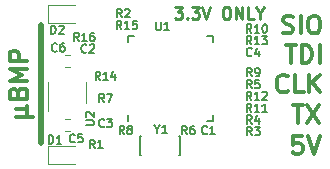
<source format=gbr>
G04 #@! TF.GenerationSoftware,KiCad,Pcbnew,no-vcs-found-fe62760~61~ubuntu16.04.1*
G04 #@! TF.CreationDate,2018-02-06T20:28:36+01:00*
G04 #@! TF.ProjectId,ubmp_v1r1,75626D705F763172312E6B696361645F,rev?*
G04 #@! TF.SameCoordinates,Original*
G04 #@! TF.FileFunction,Legend,Top*
G04 #@! TF.FilePolarity,Positive*
%FSLAX46Y46*%
G04 Gerber Fmt 4.6, Leading zero omitted, Abs format (unit mm)*
G04 Created by KiCad (PCBNEW no-vcs-found-fe62760~61~ubuntu16.04.1) date Tue Feb  6 20:28:36 2018*
%MOMM*%
%LPD*%
G01*
G04 APERTURE LIST*
%ADD10C,0.300000*%
%ADD11C,0.500000*%
%ADD12C,0.250000*%
%ADD13C,0.120000*%
%ADD14C,0.150000*%
%ADD15C,0.100000*%
%ADD16C,1.760000*%
%ADD17R,0.810000X0.735000*%
%ADD18R,0.735000X0.810000*%
%ADD19R,0.830000X1.160000*%
%ADD20R,0.410000X0.860000*%
%ADD21R,0.860000X0.410000*%
%ADD22R,5.310000X5.310000*%
%ADD23R,0.810000X1.220000*%
%ADD24O,0.560000X2.060000*%
G04 APERTURE END LIST*
D10*
X112528571Y-101607142D02*
X112742857Y-101678571D01*
X113100000Y-101678571D01*
X113242857Y-101607142D01*
X113314285Y-101535714D01*
X113385714Y-101392857D01*
X113385714Y-101250000D01*
X113314285Y-101107142D01*
X113242857Y-101035714D01*
X113100000Y-100964285D01*
X112814285Y-100892857D01*
X112671428Y-100821428D01*
X112600000Y-100750000D01*
X112528571Y-100607142D01*
X112528571Y-100464285D01*
X112600000Y-100321428D01*
X112671428Y-100250000D01*
X112814285Y-100178571D01*
X113171428Y-100178571D01*
X113385714Y-100250000D01*
X114028571Y-101678571D02*
X114028571Y-100178571D01*
X115028571Y-100178571D02*
X115314285Y-100178571D01*
X115457142Y-100250000D01*
X115600000Y-100392857D01*
X115671428Y-100678571D01*
X115671428Y-101178571D01*
X115600000Y-101464285D01*
X115457142Y-101607142D01*
X115314285Y-101678571D01*
X115028571Y-101678571D01*
X114885714Y-101607142D01*
X114742857Y-101464285D01*
X114671428Y-101178571D01*
X114671428Y-100678571D01*
X114742857Y-100392857D01*
X114885714Y-100250000D01*
X115028571Y-100178571D01*
X112764285Y-102678571D02*
X113621428Y-102678571D01*
X113192857Y-104178571D02*
X113192857Y-102678571D01*
X114121428Y-104178571D02*
X114121428Y-102678571D01*
X114478571Y-102678571D01*
X114692857Y-102750000D01*
X114835714Y-102892857D01*
X114907142Y-103035714D01*
X114978571Y-103321428D01*
X114978571Y-103535714D01*
X114907142Y-103821428D01*
X114835714Y-103964285D01*
X114692857Y-104107142D01*
X114478571Y-104178571D01*
X114121428Y-104178571D01*
X115621428Y-104178571D02*
X115621428Y-102678571D01*
X112907142Y-106535714D02*
X112835714Y-106607142D01*
X112621428Y-106678571D01*
X112478571Y-106678571D01*
X112264285Y-106607142D01*
X112121428Y-106464285D01*
X112050000Y-106321428D01*
X111978571Y-106035714D01*
X111978571Y-105821428D01*
X112050000Y-105535714D01*
X112121428Y-105392857D01*
X112264285Y-105250000D01*
X112478571Y-105178571D01*
X112621428Y-105178571D01*
X112835714Y-105250000D01*
X112907142Y-105321428D01*
X114264285Y-106678571D02*
X113550000Y-106678571D01*
X113550000Y-105178571D01*
X114764285Y-106678571D02*
X114764285Y-105178571D01*
X115621428Y-106678571D02*
X114978571Y-105821428D01*
X115621428Y-105178571D02*
X114764285Y-106035714D01*
X113357142Y-107778571D02*
X114214285Y-107778571D01*
X113785714Y-109278571D02*
X113785714Y-107778571D01*
X114571428Y-107778571D02*
X115571428Y-109278571D01*
X115571428Y-107778571D02*
X114571428Y-109278571D01*
D11*
X92000000Y-101000000D02*
X92000000Y-111000000D01*
D12*
X103361904Y-99452380D02*
X103980952Y-99452380D01*
X103647619Y-99833333D01*
X103790476Y-99833333D01*
X103885714Y-99880952D01*
X103933333Y-99928571D01*
X103980952Y-100023809D01*
X103980952Y-100261904D01*
X103933333Y-100357142D01*
X103885714Y-100404761D01*
X103790476Y-100452380D01*
X103504761Y-100452380D01*
X103409523Y-100404761D01*
X103361904Y-100357142D01*
X104409523Y-100357142D02*
X104457142Y-100404761D01*
X104409523Y-100452380D01*
X104361904Y-100404761D01*
X104409523Y-100357142D01*
X104409523Y-100452380D01*
X104790476Y-99452380D02*
X105409523Y-99452380D01*
X105076190Y-99833333D01*
X105219047Y-99833333D01*
X105314285Y-99880952D01*
X105361904Y-99928571D01*
X105409523Y-100023809D01*
X105409523Y-100261904D01*
X105361904Y-100357142D01*
X105314285Y-100404761D01*
X105219047Y-100452380D01*
X104933333Y-100452380D01*
X104838095Y-100404761D01*
X104790476Y-100357142D01*
X105695238Y-99452380D02*
X106028571Y-100452380D01*
X106361904Y-99452380D01*
X107647619Y-99452380D02*
X107838095Y-99452380D01*
X107933333Y-99500000D01*
X108028571Y-99595238D01*
X108076190Y-99785714D01*
X108076190Y-100119047D01*
X108028571Y-100309523D01*
X107933333Y-100404761D01*
X107838095Y-100452380D01*
X107647619Y-100452380D01*
X107552380Y-100404761D01*
X107457142Y-100309523D01*
X107409523Y-100119047D01*
X107409523Y-99785714D01*
X107457142Y-99595238D01*
X107552380Y-99500000D01*
X107647619Y-99452380D01*
X108504761Y-100452380D02*
X108504761Y-99452380D01*
X109076190Y-100452380D01*
X109076190Y-99452380D01*
X110028571Y-100452380D02*
X109552380Y-100452380D01*
X109552380Y-99452380D01*
X110552380Y-99976190D02*
X110552380Y-100452380D01*
X110219047Y-99452380D02*
X110552380Y-99976190D01*
X110885714Y-99452380D01*
D10*
X89878571Y-108785714D02*
X91378571Y-108785714D01*
X90664285Y-108071428D02*
X90807142Y-108000000D01*
X90878571Y-107857142D01*
X90664285Y-108785714D02*
X90807142Y-108714285D01*
X90878571Y-108571428D01*
X90878571Y-108285714D01*
X90807142Y-108142857D01*
X90664285Y-108071428D01*
X89878571Y-108071428D01*
X90092857Y-106714285D02*
X90164285Y-106500000D01*
X90235714Y-106428571D01*
X90378571Y-106357142D01*
X90592857Y-106357142D01*
X90735714Y-106428571D01*
X90807142Y-106500000D01*
X90878571Y-106642857D01*
X90878571Y-107214285D01*
X89378571Y-107214285D01*
X89378571Y-106714285D01*
X89450000Y-106571428D01*
X89521428Y-106500000D01*
X89664285Y-106428571D01*
X89807142Y-106428571D01*
X89950000Y-106500000D01*
X90021428Y-106571428D01*
X90092857Y-106714285D01*
X90092857Y-107214285D01*
X90878571Y-105714285D02*
X89378571Y-105714285D01*
X90450000Y-105214285D01*
X89378571Y-104714285D01*
X90878571Y-104714285D01*
X90878571Y-104000000D02*
X89378571Y-104000000D01*
X89378571Y-103428571D01*
X89450000Y-103285714D01*
X89521428Y-103214285D01*
X89664285Y-103142857D01*
X89878571Y-103142857D01*
X90021428Y-103214285D01*
X90092857Y-103285714D01*
X90164285Y-103428571D01*
X90164285Y-104000000D01*
X114114285Y-110378571D02*
X113400000Y-110378571D01*
X113328571Y-111092857D01*
X113400000Y-111021428D01*
X113542857Y-110950000D01*
X113900000Y-110950000D01*
X114042857Y-111021428D01*
X114114285Y-111092857D01*
X114185714Y-111235714D01*
X114185714Y-111592857D01*
X114114285Y-111735714D01*
X114042857Y-111807142D01*
X113900000Y-111878571D01*
X113542857Y-111878571D01*
X113400000Y-111807142D01*
X113328571Y-111735714D01*
X114614285Y-110378571D02*
X115114285Y-111878571D01*
X115614285Y-110378571D01*
D13*
X94030000Y-109910000D02*
X94470000Y-109910000D01*
X94030000Y-108890000D02*
X94470000Y-108890000D01*
X94470000Y-104510000D02*
X94030000Y-104510000D01*
X94470000Y-103490000D02*
X94030000Y-103490000D01*
X94925000Y-111240000D02*
X92655000Y-111240000D01*
X92655000Y-111240000D02*
X92655000Y-112760000D01*
X92655000Y-112760000D02*
X94925000Y-112760000D01*
X92655000Y-100760000D02*
X94925000Y-100760000D01*
X92655000Y-99240000D02*
X92655000Y-100760000D01*
X94925000Y-99240000D02*
X92655000Y-99240000D01*
D14*
X99375000Y-101875000D02*
X99900000Y-101875000D01*
X106625000Y-109125000D02*
X106100000Y-109125000D01*
X106625000Y-101875000D02*
X106100000Y-101875000D01*
X99375000Y-109125000D02*
X99375000Y-108600000D01*
X106625000Y-109125000D02*
X106625000Y-108600000D01*
X106625000Y-101875000D02*
X106625000Y-102400000D01*
X99375000Y-101875000D02*
X99375000Y-102400000D01*
D13*
X95860000Y-107600000D02*
X95860000Y-105800000D01*
X92640000Y-105800000D02*
X92640000Y-108250000D01*
D14*
X100500000Y-110400000D02*
X100400000Y-110400000D01*
X100400000Y-110400000D02*
X100400000Y-112000000D01*
X100400000Y-112000000D02*
X100500000Y-112000000D01*
X103700000Y-110400000D02*
X103800000Y-110400000D01*
X103800000Y-110400000D02*
X103800000Y-112000000D01*
X103800000Y-112000000D02*
X103700000Y-112000000D01*
X106083333Y-110150000D02*
X106050000Y-110183333D01*
X105950000Y-110216666D01*
X105883333Y-110216666D01*
X105783333Y-110183333D01*
X105716666Y-110116666D01*
X105683333Y-110050000D01*
X105650000Y-109916666D01*
X105650000Y-109816666D01*
X105683333Y-109683333D01*
X105716666Y-109616666D01*
X105783333Y-109550000D01*
X105883333Y-109516666D01*
X105950000Y-109516666D01*
X106050000Y-109550000D01*
X106083333Y-109583333D01*
X106750000Y-110216666D02*
X106350000Y-110216666D01*
X106550000Y-110216666D02*
X106550000Y-109516666D01*
X106483333Y-109616666D01*
X106416666Y-109683333D01*
X106350000Y-109716666D01*
X95883333Y-103250000D02*
X95850000Y-103283333D01*
X95750000Y-103316666D01*
X95683333Y-103316666D01*
X95583333Y-103283333D01*
X95516666Y-103216666D01*
X95483333Y-103150000D01*
X95450000Y-103016666D01*
X95450000Y-102916666D01*
X95483333Y-102783333D01*
X95516666Y-102716666D01*
X95583333Y-102650000D01*
X95683333Y-102616666D01*
X95750000Y-102616666D01*
X95850000Y-102650000D01*
X95883333Y-102683333D01*
X96150000Y-102683333D02*
X96183333Y-102650000D01*
X96250000Y-102616666D01*
X96416666Y-102616666D01*
X96483333Y-102650000D01*
X96516666Y-102683333D01*
X96550000Y-102750000D01*
X96550000Y-102816666D01*
X96516666Y-102916666D01*
X96116666Y-103316666D01*
X96550000Y-103316666D01*
X97383333Y-109550000D02*
X97350000Y-109583333D01*
X97250000Y-109616666D01*
X97183333Y-109616666D01*
X97083333Y-109583333D01*
X97016666Y-109516666D01*
X96983333Y-109450000D01*
X96950000Y-109316666D01*
X96950000Y-109216666D01*
X96983333Y-109083333D01*
X97016666Y-109016666D01*
X97083333Y-108950000D01*
X97183333Y-108916666D01*
X97250000Y-108916666D01*
X97350000Y-108950000D01*
X97383333Y-108983333D01*
X97616666Y-108916666D02*
X98050000Y-108916666D01*
X97816666Y-109183333D01*
X97916666Y-109183333D01*
X97983333Y-109216666D01*
X98016666Y-109250000D01*
X98050000Y-109316666D01*
X98050000Y-109483333D01*
X98016666Y-109550000D01*
X97983333Y-109583333D01*
X97916666Y-109616666D01*
X97716666Y-109616666D01*
X97650000Y-109583333D01*
X97616666Y-109550000D01*
X109883333Y-103550000D02*
X109850000Y-103583333D01*
X109750000Y-103616666D01*
X109683333Y-103616666D01*
X109583333Y-103583333D01*
X109516666Y-103516666D01*
X109483333Y-103450000D01*
X109450000Y-103316666D01*
X109450000Y-103216666D01*
X109483333Y-103083333D01*
X109516666Y-103016666D01*
X109583333Y-102950000D01*
X109683333Y-102916666D01*
X109750000Y-102916666D01*
X109850000Y-102950000D01*
X109883333Y-102983333D01*
X110483333Y-103150000D02*
X110483333Y-103616666D01*
X110316666Y-102883333D02*
X110150000Y-103383333D01*
X110583333Y-103383333D01*
X94883333Y-110850000D02*
X94850000Y-110883333D01*
X94750000Y-110916666D01*
X94683333Y-110916666D01*
X94583333Y-110883333D01*
X94516666Y-110816666D01*
X94483333Y-110750000D01*
X94450000Y-110616666D01*
X94450000Y-110516666D01*
X94483333Y-110383333D01*
X94516666Y-110316666D01*
X94583333Y-110250000D01*
X94683333Y-110216666D01*
X94750000Y-110216666D01*
X94850000Y-110250000D01*
X94883333Y-110283333D01*
X95516666Y-110216666D02*
X95183333Y-110216666D01*
X95150000Y-110550000D01*
X95183333Y-110516666D01*
X95250000Y-110483333D01*
X95416666Y-110483333D01*
X95483333Y-110516666D01*
X95516666Y-110550000D01*
X95550000Y-110616666D01*
X95550000Y-110783333D01*
X95516666Y-110850000D01*
X95483333Y-110883333D01*
X95416666Y-110916666D01*
X95250000Y-110916666D01*
X95183333Y-110883333D01*
X95150000Y-110850000D01*
X93383333Y-103150000D02*
X93350000Y-103183333D01*
X93250000Y-103216666D01*
X93183333Y-103216666D01*
X93083333Y-103183333D01*
X93016666Y-103116666D01*
X92983333Y-103050000D01*
X92950000Y-102916666D01*
X92950000Y-102816666D01*
X92983333Y-102683333D01*
X93016666Y-102616666D01*
X93083333Y-102550000D01*
X93183333Y-102516666D01*
X93250000Y-102516666D01*
X93350000Y-102550000D01*
X93383333Y-102583333D01*
X93983333Y-102516666D02*
X93850000Y-102516666D01*
X93783333Y-102550000D01*
X93750000Y-102583333D01*
X93683333Y-102683333D01*
X93650000Y-102816666D01*
X93650000Y-103083333D01*
X93683333Y-103150000D01*
X93716666Y-103183333D01*
X93783333Y-103216666D01*
X93916666Y-103216666D01*
X93983333Y-103183333D01*
X94016666Y-103150000D01*
X94050000Y-103083333D01*
X94050000Y-102916666D01*
X94016666Y-102850000D01*
X93983333Y-102816666D01*
X93916666Y-102783333D01*
X93783333Y-102783333D01*
X93716666Y-102816666D01*
X93683333Y-102850000D01*
X93650000Y-102916666D01*
X92683333Y-111016666D02*
X92683333Y-110316666D01*
X92850000Y-110316666D01*
X92950000Y-110350000D01*
X93016666Y-110416666D01*
X93050000Y-110483333D01*
X93083333Y-110616666D01*
X93083333Y-110716666D01*
X93050000Y-110850000D01*
X93016666Y-110916666D01*
X92950000Y-110983333D01*
X92850000Y-111016666D01*
X92683333Y-111016666D01*
X93750000Y-111016666D02*
X93350000Y-111016666D01*
X93550000Y-111016666D02*
X93550000Y-110316666D01*
X93483333Y-110416666D01*
X93416666Y-110483333D01*
X93350000Y-110516666D01*
X92883333Y-101716666D02*
X92883333Y-101016666D01*
X93050000Y-101016666D01*
X93150000Y-101050000D01*
X93216666Y-101116666D01*
X93250000Y-101183333D01*
X93283333Y-101316666D01*
X93283333Y-101416666D01*
X93250000Y-101550000D01*
X93216666Y-101616666D01*
X93150000Y-101683333D01*
X93050000Y-101716666D01*
X92883333Y-101716666D01*
X93550000Y-101083333D02*
X93583333Y-101050000D01*
X93650000Y-101016666D01*
X93816666Y-101016666D01*
X93883333Y-101050000D01*
X93916666Y-101083333D01*
X93950000Y-101150000D01*
X93950000Y-101216666D01*
X93916666Y-101316666D01*
X93516666Y-101716666D01*
X93950000Y-101716666D01*
X96583333Y-111416666D02*
X96350000Y-111083333D01*
X96183333Y-111416666D02*
X96183333Y-110716666D01*
X96450000Y-110716666D01*
X96516666Y-110750000D01*
X96550000Y-110783333D01*
X96583333Y-110850000D01*
X96583333Y-110950000D01*
X96550000Y-111016666D01*
X96516666Y-111050000D01*
X96450000Y-111083333D01*
X96183333Y-111083333D01*
X97250000Y-111416666D02*
X96850000Y-111416666D01*
X97050000Y-111416666D02*
X97050000Y-110716666D01*
X96983333Y-110816666D01*
X96916666Y-110883333D01*
X96850000Y-110916666D01*
X98883333Y-100316666D02*
X98650000Y-99983333D01*
X98483333Y-100316666D02*
X98483333Y-99616666D01*
X98750000Y-99616666D01*
X98816666Y-99650000D01*
X98850000Y-99683333D01*
X98883333Y-99750000D01*
X98883333Y-99850000D01*
X98850000Y-99916666D01*
X98816666Y-99950000D01*
X98750000Y-99983333D01*
X98483333Y-99983333D01*
X99150000Y-99683333D02*
X99183333Y-99650000D01*
X99250000Y-99616666D01*
X99416666Y-99616666D01*
X99483333Y-99650000D01*
X99516666Y-99683333D01*
X99550000Y-99750000D01*
X99550000Y-99816666D01*
X99516666Y-99916666D01*
X99116666Y-100316666D01*
X99550000Y-100316666D01*
X109883333Y-110316666D02*
X109650000Y-109983333D01*
X109483333Y-110316666D02*
X109483333Y-109616666D01*
X109750000Y-109616666D01*
X109816666Y-109650000D01*
X109850000Y-109683333D01*
X109883333Y-109750000D01*
X109883333Y-109850000D01*
X109850000Y-109916666D01*
X109816666Y-109950000D01*
X109750000Y-109983333D01*
X109483333Y-109983333D01*
X110116666Y-109616666D02*
X110550000Y-109616666D01*
X110316666Y-109883333D01*
X110416666Y-109883333D01*
X110483333Y-109916666D01*
X110516666Y-109950000D01*
X110550000Y-110016666D01*
X110550000Y-110183333D01*
X110516666Y-110250000D01*
X110483333Y-110283333D01*
X110416666Y-110316666D01*
X110216666Y-110316666D01*
X110150000Y-110283333D01*
X110116666Y-110250000D01*
X109883333Y-109316666D02*
X109650000Y-108983333D01*
X109483333Y-109316666D02*
X109483333Y-108616666D01*
X109750000Y-108616666D01*
X109816666Y-108650000D01*
X109850000Y-108683333D01*
X109883333Y-108750000D01*
X109883333Y-108850000D01*
X109850000Y-108916666D01*
X109816666Y-108950000D01*
X109750000Y-108983333D01*
X109483333Y-108983333D01*
X110483333Y-108850000D02*
X110483333Y-109316666D01*
X110316666Y-108583333D02*
X110150000Y-109083333D01*
X110583333Y-109083333D01*
X109883333Y-106316666D02*
X109650000Y-105983333D01*
X109483333Y-106316666D02*
X109483333Y-105616666D01*
X109750000Y-105616666D01*
X109816666Y-105650000D01*
X109850000Y-105683333D01*
X109883333Y-105750000D01*
X109883333Y-105850000D01*
X109850000Y-105916666D01*
X109816666Y-105950000D01*
X109750000Y-105983333D01*
X109483333Y-105983333D01*
X110516666Y-105616666D02*
X110183333Y-105616666D01*
X110150000Y-105950000D01*
X110183333Y-105916666D01*
X110250000Y-105883333D01*
X110416666Y-105883333D01*
X110483333Y-105916666D01*
X110516666Y-105950000D01*
X110550000Y-106016666D01*
X110550000Y-106183333D01*
X110516666Y-106250000D01*
X110483333Y-106283333D01*
X110416666Y-106316666D01*
X110250000Y-106316666D01*
X110183333Y-106283333D01*
X110150000Y-106250000D01*
X104383333Y-110216666D02*
X104150000Y-109883333D01*
X103983333Y-110216666D02*
X103983333Y-109516666D01*
X104250000Y-109516666D01*
X104316666Y-109550000D01*
X104350000Y-109583333D01*
X104383333Y-109650000D01*
X104383333Y-109750000D01*
X104350000Y-109816666D01*
X104316666Y-109850000D01*
X104250000Y-109883333D01*
X103983333Y-109883333D01*
X104983333Y-109516666D02*
X104850000Y-109516666D01*
X104783333Y-109550000D01*
X104750000Y-109583333D01*
X104683333Y-109683333D01*
X104650000Y-109816666D01*
X104650000Y-110083333D01*
X104683333Y-110150000D01*
X104716666Y-110183333D01*
X104783333Y-110216666D01*
X104916666Y-110216666D01*
X104983333Y-110183333D01*
X105016666Y-110150000D01*
X105050000Y-110083333D01*
X105050000Y-109916666D01*
X105016666Y-109850000D01*
X104983333Y-109816666D01*
X104916666Y-109783333D01*
X104783333Y-109783333D01*
X104716666Y-109816666D01*
X104683333Y-109850000D01*
X104650000Y-109916666D01*
X97383333Y-107516666D02*
X97150000Y-107183333D01*
X96983333Y-107516666D02*
X96983333Y-106816666D01*
X97250000Y-106816666D01*
X97316666Y-106850000D01*
X97350000Y-106883333D01*
X97383333Y-106950000D01*
X97383333Y-107050000D01*
X97350000Y-107116666D01*
X97316666Y-107150000D01*
X97250000Y-107183333D01*
X96983333Y-107183333D01*
X97616666Y-106816666D02*
X98083333Y-106816666D01*
X97783333Y-107516666D01*
X99083333Y-110216666D02*
X98850000Y-109883333D01*
X98683333Y-110216666D02*
X98683333Y-109516666D01*
X98950000Y-109516666D01*
X99016666Y-109550000D01*
X99050000Y-109583333D01*
X99083333Y-109650000D01*
X99083333Y-109750000D01*
X99050000Y-109816666D01*
X99016666Y-109850000D01*
X98950000Y-109883333D01*
X98683333Y-109883333D01*
X99483333Y-109816666D02*
X99416666Y-109783333D01*
X99383333Y-109750000D01*
X99350000Y-109683333D01*
X99350000Y-109650000D01*
X99383333Y-109583333D01*
X99416666Y-109550000D01*
X99483333Y-109516666D01*
X99616666Y-109516666D01*
X99683333Y-109550000D01*
X99716666Y-109583333D01*
X99750000Y-109650000D01*
X99750000Y-109683333D01*
X99716666Y-109750000D01*
X99683333Y-109783333D01*
X99616666Y-109816666D01*
X99483333Y-109816666D01*
X99416666Y-109850000D01*
X99383333Y-109883333D01*
X99350000Y-109950000D01*
X99350000Y-110083333D01*
X99383333Y-110150000D01*
X99416666Y-110183333D01*
X99483333Y-110216666D01*
X99616666Y-110216666D01*
X99683333Y-110183333D01*
X99716666Y-110150000D01*
X99750000Y-110083333D01*
X99750000Y-109950000D01*
X99716666Y-109883333D01*
X99683333Y-109850000D01*
X99616666Y-109816666D01*
X109883333Y-105316666D02*
X109650000Y-104983333D01*
X109483333Y-105316666D02*
X109483333Y-104616666D01*
X109750000Y-104616666D01*
X109816666Y-104650000D01*
X109850000Y-104683333D01*
X109883333Y-104750000D01*
X109883333Y-104850000D01*
X109850000Y-104916666D01*
X109816666Y-104950000D01*
X109750000Y-104983333D01*
X109483333Y-104983333D01*
X110216666Y-105316666D02*
X110350000Y-105316666D01*
X110416666Y-105283333D01*
X110450000Y-105250000D01*
X110516666Y-105150000D01*
X110550000Y-105016666D01*
X110550000Y-104750000D01*
X110516666Y-104683333D01*
X110483333Y-104650000D01*
X110416666Y-104616666D01*
X110283333Y-104616666D01*
X110216666Y-104650000D01*
X110183333Y-104683333D01*
X110150000Y-104750000D01*
X110150000Y-104916666D01*
X110183333Y-104983333D01*
X110216666Y-105016666D01*
X110283333Y-105050000D01*
X110416666Y-105050000D01*
X110483333Y-105016666D01*
X110516666Y-104983333D01*
X110550000Y-104916666D01*
X109850000Y-101616666D02*
X109616666Y-101283333D01*
X109450000Y-101616666D02*
X109450000Y-100916666D01*
X109716666Y-100916666D01*
X109783333Y-100950000D01*
X109816666Y-100983333D01*
X109850000Y-101050000D01*
X109850000Y-101150000D01*
X109816666Y-101216666D01*
X109783333Y-101250000D01*
X109716666Y-101283333D01*
X109450000Y-101283333D01*
X110516666Y-101616666D02*
X110116666Y-101616666D01*
X110316666Y-101616666D02*
X110316666Y-100916666D01*
X110250000Y-101016666D01*
X110183333Y-101083333D01*
X110116666Y-101116666D01*
X110950000Y-100916666D02*
X111016666Y-100916666D01*
X111083333Y-100950000D01*
X111116666Y-100983333D01*
X111150000Y-101050000D01*
X111183333Y-101183333D01*
X111183333Y-101350000D01*
X111150000Y-101483333D01*
X111116666Y-101550000D01*
X111083333Y-101583333D01*
X111016666Y-101616666D01*
X110950000Y-101616666D01*
X110883333Y-101583333D01*
X110850000Y-101550000D01*
X110816666Y-101483333D01*
X110783333Y-101350000D01*
X110783333Y-101183333D01*
X110816666Y-101050000D01*
X110850000Y-100983333D01*
X110883333Y-100950000D01*
X110950000Y-100916666D01*
X109850000Y-108316666D02*
X109616666Y-107983333D01*
X109450000Y-108316666D02*
X109450000Y-107616666D01*
X109716666Y-107616666D01*
X109783333Y-107650000D01*
X109816666Y-107683333D01*
X109850000Y-107750000D01*
X109850000Y-107850000D01*
X109816666Y-107916666D01*
X109783333Y-107950000D01*
X109716666Y-107983333D01*
X109450000Y-107983333D01*
X110516666Y-108316666D02*
X110116666Y-108316666D01*
X110316666Y-108316666D02*
X110316666Y-107616666D01*
X110250000Y-107716666D01*
X110183333Y-107783333D01*
X110116666Y-107816666D01*
X111183333Y-108316666D02*
X110783333Y-108316666D01*
X110983333Y-108316666D02*
X110983333Y-107616666D01*
X110916666Y-107716666D01*
X110850000Y-107783333D01*
X110783333Y-107816666D01*
X109850000Y-107316666D02*
X109616666Y-106983333D01*
X109450000Y-107316666D02*
X109450000Y-106616666D01*
X109716666Y-106616666D01*
X109783333Y-106650000D01*
X109816666Y-106683333D01*
X109850000Y-106750000D01*
X109850000Y-106850000D01*
X109816666Y-106916666D01*
X109783333Y-106950000D01*
X109716666Y-106983333D01*
X109450000Y-106983333D01*
X110516666Y-107316666D02*
X110116666Y-107316666D01*
X110316666Y-107316666D02*
X110316666Y-106616666D01*
X110250000Y-106716666D01*
X110183333Y-106783333D01*
X110116666Y-106816666D01*
X110783333Y-106683333D02*
X110816666Y-106650000D01*
X110883333Y-106616666D01*
X111050000Y-106616666D01*
X111116666Y-106650000D01*
X111150000Y-106683333D01*
X111183333Y-106750000D01*
X111183333Y-106816666D01*
X111150000Y-106916666D01*
X110750000Y-107316666D01*
X111183333Y-107316666D01*
X109850000Y-102616666D02*
X109616666Y-102283333D01*
X109450000Y-102616666D02*
X109450000Y-101916666D01*
X109716666Y-101916666D01*
X109783333Y-101950000D01*
X109816666Y-101983333D01*
X109850000Y-102050000D01*
X109850000Y-102150000D01*
X109816666Y-102216666D01*
X109783333Y-102250000D01*
X109716666Y-102283333D01*
X109450000Y-102283333D01*
X110516666Y-102616666D02*
X110116666Y-102616666D01*
X110316666Y-102616666D02*
X110316666Y-101916666D01*
X110250000Y-102016666D01*
X110183333Y-102083333D01*
X110116666Y-102116666D01*
X110750000Y-101916666D02*
X111183333Y-101916666D01*
X110950000Y-102183333D01*
X111050000Y-102183333D01*
X111116666Y-102216666D01*
X111150000Y-102250000D01*
X111183333Y-102316666D01*
X111183333Y-102483333D01*
X111150000Y-102550000D01*
X111116666Y-102583333D01*
X111050000Y-102616666D01*
X110850000Y-102616666D01*
X110783333Y-102583333D01*
X110750000Y-102550000D01*
X97050000Y-105616666D02*
X96816666Y-105283333D01*
X96650000Y-105616666D02*
X96650000Y-104916666D01*
X96916666Y-104916666D01*
X96983333Y-104950000D01*
X97016666Y-104983333D01*
X97050000Y-105050000D01*
X97050000Y-105150000D01*
X97016666Y-105216666D01*
X96983333Y-105250000D01*
X96916666Y-105283333D01*
X96650000Y-105283333D01*
X97716666Y-105616666D02*
X97316666Y-105616666D01*
X97516666Y-105616666D02*
X97516666Y-104916666D01*
X97450000Y-105016666D01*
X97383333Y-105083333D01*
X97316666Y-105116666D01*
X98316666Y-105150000D02*
X98316666Y-105616666D01*
X98150000Y-104883333D02*
X97983333Y-105383333D01*
X98416666Y-105383333D01*
X98850000Y-101316666D02*
X98616666Y-100983333D01*
X98450000Y-101316666D02*
X98450000Y-100616666D01*
X98716666Y-100616666D01*
X98783333Y-100650000D01*
X98816666Y-100683333D01*
X98850000Y-100750000D01*
X98850000Y-100850000D01*
X98816666Y-100916666D01*
X98783333Y-100950000D01*
X98716666Y-100983333D01*
X98450000Y-100983333D01*
X99516666Y-101316666D02*
X99116666Y-101316666D01*
X99316666Y-101316666D02*
X99316666Y-100616666D01*
X99250000Y-100716666D01*
X99183333Y-100783333D01*
X99116666Y-100816666D01*
X100150000Y-100616666D02*
X99816666Y-100616666D01*
X99783333Y-100950000D01*
X99816666Y-100916666D01*
X99883333Y-100883333D01*
X100050000Y-100883333D01*
X100116666Y-100916666D01*
X100150000Y-100950000D01*
X100183333Y-101016666D01*
X100183333Y-101183333D01*
X100150000Y-101250000D01*
X100116666Y-101283333D01*
X100050000Y-101316666D01*
X99883333Y-101316666D01*
X99816666Y-101283333D01*
X99783333Y-101250000D01*
X95250000Y-102316666D02*
X95016666Y-101983333D01*
X94850000Y-102316666D02*
X94850000Y-101616666D01*
X95116666Y-101616666D01*
X95183333Y-101650000D01*
X95216666Y-101683333D01*
X95250000Y-101750000D01*
X95250000Y-101850000D01*
X95216666Y-101916666D01*
X95183333Y-101950000D01*
X95116666Y-101983333D01*
X94850000Y-101983333D01*
X95916666Y-102316666D02*
X95516666Y-102316666D01*
X95716666Y-102316666D02*
X95716666Y-101616666D01*
X95650000Y-101716666D01*
X95583333Y-101783333D01*
X95516666Y-101816666D01*
X96516666Y-101616666D02*
X96383333Y-101616666D01*
X96316666Y-101650000D01*
X96283333Y-101683333D01*
X96216666Y-101783333D01*
X96183333Y-101916666D01*
X96183333Y-102183333D01*
X96216666Y-102250000D01*
X96250000Y-102283333D01*
X96316666Y-102316666D01*
X96450000Y-102316666D01*
X96516666Y-102283333D01*
X96550000Y-102250000D01*
X96583333Y-102183333D01*
X96583333Y-102016666D01*
X96550000Y-101950000D01*
X96516666Y-101916666D01*
X96450000Y-101883333D01*
X96316666Y-101883333D01*
X96250000Y-101916666D01*
X96216666Y-101950000D01*
X96183333Y-102016666D01*
X101766666Y-100716666D02*
X101766666Y-101283333D01*
X101800000Y-101350000D01*
X101833333Y-101383333D01*
X101900000Y-101416666D01*
X102033333Y-101416666D01*
X102100000Y-101383333D01*
X102133333Y-101350000D01*
X102166666Y-101283333D01*
X102166666Y-100716666D01*
X102866666Y-101416666D02*
X102466666Y-101416666D01*
X102666666Y-101416666D02*
X102666666Y-100716666D01*
X102600000Y-100816666D01*
X102533333Y-100883333D01*
X102466666Y-100916666D01*
X95816666Y-109433333D02*
X96383333Y-109433333D01*
X96450000Y-109400000D01*
X96483333Y-109366666D01*
X96516666Y-109300000D01*
X96516666Y-109166666D01*
X96483333Y-109100000D01*
X96450000Y-109066666D01*
X96383333Y-109033333D01*
X95816666Y-109033333D01*
X95883333Y-108733333D02*
X95850000Y-108700000D01*
X95816666Y-108633333D01*
X95816666Y-108466666D01*
X95850000Y-108400000D01*
X95883333Y-108366666D01*
X95950000Y-108333333D01*
X96016666Y-108333333D01*
X96116666Y-108366666D01*
X96516666Y-108766666D01*
X96516666Y-108333333D01*
X101866666Y-109783333D02*
X101866666Y-110116666D01*
X101633333Y-109416666D02*
X101866666Y-109783333D01*
X102100000Y-109416666D01*
X102700000Y-110116666D02*
X102300000Y-110116666D01*
X102500000Y-110116666D02*
X102500000Y-109416666D01*
X102433333Y-109516666D01*
X102366666Y-109583333D01*
X102300000Y-109616666D01*
%LPC*%
G36*
X80000000Y-110750000D02*
X80000000Y-108500000D01*
X81000000Y-108250000D01*
X81000000Y-103750000D01*
X80000000Y-103500000D01*
X80000000Y-101250000D01*
X88250000Y-101250000D01*
X88750000Y-101750000D01*
X88750000Y-110250000D01*
X88250000Y-110750000D01*
X80000000Y-110750000D01*
G37*
X80000000Y-110750000D02*
X80000000Y-108500000D01*
X81000000Y-108250000D01*
X81000000Y-103750000D01*
X80000000Y-103500000D01*
X80000000Y-101250000D01*
X88250000Y-101250000D01*
X88750000Y-101750000D01*
X88750000Y-110250000D01*
X88250000Y-110750000D01*
X80000000Y-110750000D01*
D15*
G36*
X118183128Y-107662119D02*
X118225840Y-107668454D01*
X118267725Y-107678946D01*
X118308381Y-107693493D01*
X118347415Y-107711955D01*
X118384451Y-107734153D01*
X118419133Y-107759875D01*
X118451127Y-107788873D01*
X118480125Y-107820867D01*
X118505847Y-107855549D01*
X118528045Y-107892585D01*
X118546507Y-107931619D01*
X118561054Y-107972275D01*
X118571546Y-108014160D01*
X118577881Y-108056872D01*
X118580000Y-108100000D01*
X118580000Y-108980000D01*
X118577881Y-109023128D01*
X118571546Y-109065840D01*
X118561054Y-109107725D01*
X118546507Y-109148381D01*
X118528045Y-109187415D01*
X118505847Y-109224451D01*
X118480125Y-109259133D01*
X118451127Y-109291127D01*
X118419133Y-109320125D01*
X118384451Y-109345847D01*
X118347415Y-109368045D01*
X118308381Y-109386507D01*
X118267725Y-109401054D01*
X118225840Y-109411546D01*
X118183128Y-109417881D01*
X118140000Y-109420000D01*
X116360000Y-109420000D01*
X116316872Y-109417881D01*
X116274160Y-109411546D01*
X116232275Y-109401054D01*
X116191619Y-109386507D01*
X116152585Y-109368045D01*
X116115549Y-109345847D01*
X116080867Y-109320125D01*
X116048873Y-109291127D01*
X116019875Y-109259133D01*
X115994153Y-109224451D01*
X115971955Y-109187415D01*
X115953493Y-109148381D01*
X115938946Y-109107725D01*
X115928454Y-109065840D01*
X115922119Y-109023128D01*
X115920000Y-108980000D01*
X115920000Y-108100000D01*
X115922119Y-108056872D01*
X115928454Y-108014160D01*
X115938946Y-107972275D01*
X115953493Y-107931619D01*
X115971955Y-107892585D01*
X115994153Y-107855549D01*
X116019875Y-107820867D01*
X116048873Y-107788873D01*
X116080867Y-107759875D01*
X116115549Y-107734153D01*
X116152585Y-107711955D01*
X116191619Y-107693493D01*
X116232275Y-107678946D01*
X116274160Y-107668454D01*
X116316872Y-107662119D01*
X116360000Y-107660000D01*
X118140000Y-107660000D01*
X118183128Y-107662119D01*
X118183128Y-107662119D01*
G37*
D16*
X117250000Y-108540000D03*
D15*
G36*
X118183128Y-102582119D02*
X118225840Y-102588454D01*
X118267725Y-102598946D01*
X118308381Y-102613493D01*
X118347415Y-102631955D01*
X118384451Y-102654153D01*
X118419133Y-102679875D01*
X118451127Y-102708873D01*
X118480125Y-102740867D01*
X118505847Y-102775549D01*
X118528045Y-102812585D01*
X118546507Y-102851619D01*
X118561054Y-102892275D01*
X118571546Y-102934160D01*
X118577881Y-102976872D01*
X118580000Y-103020000D01*
X118580000Y-103900000D01*
X118577881Y-103943128D01*
X118571546Y-103985840D01*
X118561054Y-104027725D01*
X118546507Y-104068381D01*
X118528045Y-104107415D01*
X118505847Y-104144451D01*
X118480125Y-104179133D01*
X118451127Y-104211127D01*
X118419133Y-104240125D01*
X118384451Y-104265847D01*
X118347415Y-104288045D01*
X118308381Y-104306507D01*
X118267725Y-104321054D01*
X118225840Y-104331546D01*
X118183128Y-104337881D01*
X118140000Y-104340000D01*
X116360000Y-104340000D01*
X116316872Y-104337881D01*
X116274160Y-104331546D01*
X116232275Y-104321054D01*
X116191619Y-104306507D01*
X116152585Y-104288045D01*
X116115549Y-104265847D01*
X116080867Y-104240125D01*
X116048873Y-104211127D01*
X116019875Y-104179133D01*
X115994153Y-104144451D01*
X115971955Y-104107415D01*
X115953493Y-104068381D01*
X115938946Y-104027725D01*
X115928454Y-103985840D01*
X115922119Y-103943128D01*
X115920000Y-103900000D01*
X115920000Y-103020000D01*
X115922119Y-102976872D01*
X115928454Y-102934160D01*
X115938946Y-102892275D01*
X115953493Y-102851619D01*
X115971955Y-102812585D01*
X115994153Y-102775549D01*
X116019875Y-102740867D01*
X116048873Y-102708873D01*
X116080867Y-102679875D01*
X116115549Y-102654153D01*
X116152585Y-102631955D01*
X116191619Y-102613493D01*
X116232275Y-102598946D01*
X116274160Y-102588454D01*
X116316872Y-102582119D01*
X116360000Y-102580000D01*
X118140000Y-102580000D01*
X118183128Y-102582119D01*
X118183128Y-102582119D01*
G37*
D16*
X117250000Y-103460000D03*
D15*
G36*
X118183128Y-110202119D02*
X118225840Y-110208454D01*
X118267725Y-110218946D01*
X118308381Y-110233493D01*
X118347415Y-110251955D01*
X118384451Y-110274153D01*
X118419133Y-110299875D01*
X118451127Y-110328873D01*
X118480125Y-110360867D01*
X118505847Y-110395549D01*
X118528045Y-110432585D01*
X118546507Y-110471619D01*
X118561054Y-110512275D01*
X118571546Y-110554160D01*
X118577881Y-110596872D01*
X118580000Y-110640000D01*
X118580000Y-111520000D01*
X118577881Y-111563128D01*
X118571546Y-111605840D01*
X118561054Y-111647725D01*
X118546507Y-111688381D01*
X118528045Y-111727415D01*
X118505847Y-111764451D01*
X118480125Y-111799133D01*
X118451127Y-111831127D01*
X118419133Y-111860125D01*
X118384451Y-111885847D01*
X118347415Y-111908045D01*
X118308381Y-111926507D01*
X118267725Y-111941054D01*
X118225840Y-111951546D01*
X118183128Y-111957881D01*
X118140000Y-111960000D01*
X116360000Y-111960000D01*
X116316872Y-111957881D01*
X116274160Y-111951546D01*
X116232275Y-111941054D01*
X116191619Y-111926507D01*
X116152585Y-111908045D01*
X116115549Y-111885847D01*
X116080867Y-111860125D01*
X116048873Y-111831127D01*
X116019875Y-111799133D01*
X115994153Y-111764451D01*
X115971955Y-111727415D01*
X115953493Y-111688381D01*
X115938946Y-111647725D01*
X115928454Y-111605840D01*
X115922119Y-111563128D01*
X115920000Y-111520000D01*
X115920000Y-110640000D01*
X115922119Y-110596872D01*
X115928454Y-110554160D01*
X115938946Y-110512275D01*
X115953493Y-110471619D01*
X115971955Y-110432585D01*
X115994153Y-110395549D01*
X116019875Y-110360867D01*
X116048873Y-110328873D01*
X116080867Y-110299875D01*
X116115549Y-110274153D01*
X116152585Y-110251955D01*
X116191619Y-110233493D01*
X116232275Y-110218946D01*
X116274160Y-110208454D01*
X116316872Y-110202119D01*
X116360000Y-110200000D01*
X118140000Y-110200000D01*
X118183128Y-110202119D01*
X118183128Y-110202119D01*
G37*
D16*
X117250000Y-111080000D03*
D15*
G36*
X118183128Y-100042119D02*
X118225840Y-100048454D01*
X118267725Y-100058946D01*
X118308381Y-100073493D01*
X118347415Y-100091955D01*
X118384451Y-100114153D01*
X118419133Y-100139875D01*
X118451127Y-100168873D01*
X118480125Y-100200867D01*
X118505847Y-100235549D01*
X118528045Y-100272585D01*
X118546507Y-100311619D01*
X118561054Y-100352275D01*
X118571546Y-100394160D01*
X118577881Y-100436872D01*
X118580000Y-100480000D01*
X118580000Y-101360000D01*
X118577881Y-101403128D01*
X118571546Y-101445840D01*
X118561054Y-101487725D01*
X118546507Y-101528381D01*
X118528045Y-101567415D01*
X118505847Y-101604451D01*
X118480125Y-101639133D01*
X118451127Y-101671127D01*
X118419133Y-101700125D01*
X118384451Y-101725847D01*
X118347415Y-101748045D01*
X118308381Y-101766507D01*
X118267725Y-101781054D01*
X118225840Y-101791546D01*
X118183128Y-101797881D01*
X118140000Y-101800000D01*
X116360000Y-101800000D01*
X116316872Y-101797881D01*
X116274160Y-101791546D01*
X116232275Y-101781054D01*
X116191619Y-101766507D01*
X116152585Y-101748045D01*
X116115549Y-101725847D01*
X116080867Y-101700125D01*
X116048873Y-101671127D01*
X116019875Y-101639133D01*
X115994153Y-101604451D01*
X115971955Y-101567415D01*
X115953493Y-101528381D01*
X115938946Y-101487725D01*
X115928454Y-101445840D01*
X115922119Y-101403128D01*
X115920000Y-101360000D01*
X115920000Y-100480000D01*
X115922119Y-100436872D01*
X115928454Y-100394160D01*
X115938946Y-100352275D01*
X115953493Y-100311619D01*
X115971955Y-100272585D01*
X115994153Y-100235549D01*
X116019875Y-100200867D01*
X116048873Y-100168873D01*
X116080867Y-100139875D01*
X116115549Y-100114153D01*
X116152585Y-100091955D01*
X116191619Y-100073493D01*
X116232275Y-100058946D01*
X116274160Y-100048454D01*
X116316872Y-100042119D01*
X116360000Y-100040000D01*
X118140000Y-100040000D01*
X118183128Y-100042119D01*
X118183128Y-100042119D01*
G37*
D16*
X117250000Y-100920000D03*
D15*
G36*
X118183128Y-105122119D02*
X118225840Y-105128454D01*
X118267725Y-105138946D01*
X118308381Y-105153493D01*
X118347415Y-105171955D01*
X118384451Y-105194153D01*
X118419133Y-105219875D01*
X118451127Y-105248873D01*
X118480125Y-105280867D01*
X118505847Y-105315549D01*
X118528045Y-105352585D01*
X118546507Y-105391619D01*
X118561054Y-105432275D01*
X118571546Y-105474160D01*
X118577881Y-105516872D01*
X118580000Y-105560000D01*
X118580000Y-106440000D01*
X118577881Y-106483128D01*
X118571546Y-106525840D01*
X118561054Y-106567725D01*
X118546507Y-106608381D01*
X118528045Y-106647415D01*
X118505847Y-106684451D01*
X118480125Y-106719133D01*
X118451127Y-106751127D01*
X118419133Y-106780125D01*
X118384451Y-106805847D01*
X118347415Y-106828045D01*
X118308381Y-106846507D01*
X118267725Y-106861054D01*
X118225840Y-106871546D01*
X118183128Y-106877881D01*
X118140000Y-106880000D01*
X116360000Y-106880000D01*
X116316872Y-106877881D01*
X116274160Y-106871546D01*
X116232275Y-106861054D01*
X116191619Y-106846507D01*
X116152585Y-106828045D01*
X116115549Y-106805847D01*
X116080867Y-106780125D01*
X116048873Y-106751127D01*
X116019875Y-106719133D01*
X115994153Y-106684451D01*
X115971955Y-106647415D01*
X115953493Y-106608381D01*
X115938946Y-106567725D01*
X115928454Y-106525840D01*
X115922119Y-106483128D01*
X115920000Y-106440000D01*
X115920000Y-105560000D01*
X115922119Y-105516872D01*
X115928454Y-105474160D01*
X115938946Y-105432275D01*
X115953493Y-105391619D01*
X115971955Y-105352585D01*
X115994153Y-105315549D01*
X116019875Y-105280867D01*
X116048873Y-105248873D01*
X116080867Y-105219875D01*
X116115549Y-105194153D01*
X116152585Y-105171955D01*
X116191619Y-105153493D01*
X116232275Y-105138946D01*
X116274160Y-105128454D01*
X116316872Y-105122119D01*
X116360000Y-105120000D01*
X118140000Y-105120000D01*
X118183128Y-105122119D01*
X118183128Y-105122119D01*
G37*
D16*
X117250000Y-106000000D03*
D17*
X106000000Y-111587500D03*
X106000000Y-110812500D03*
D18*
X97112500Y-103300000D03*
X97887500Y-103300000D03*
X97900000Y-108250000D03*
X97125000Y-108250000D03*
X108887500Y-103250000D03*
X108112500Y-103250000D03*
D19*
X95125000Y-109400000D03*
X93375000Y-109400000D03*
X95125000Y-104000000D03*
X93375000Y-104000000D03*
X93250000Y-112000000D03*
X95000000Y-112000000D03*
X95000000Y-100000000D03*
X93250000Y-100000000D03*
D18*
X96875000Y-112000000D03*
X96100000Y-112000000D03*
X97875000Y-100000000D03*
X97100000Y-100000000D03*
X108112500Y-110000000D03*
X108887500Y-110000000D03*
X108887500Y-109000000D03*
X108112500Y-109000000D03*
X108887500Y-106000000D03*
X108112500Y-106000000D03*
D17*
X104500000Y-110812500D03*
X104500000Y-111587500D03*
D18*
X97112500Y-106200000D03*
X97887500Y-106200000D03*
D17*
X99200000Y-111587500D03*
X99200000Y-110812500D03*
D18*
X108112500Y-105000000D03*
X108887500Y-105000000D03*
X108112500Y-101250000D03*
X108887500Y-101250000D03*
X108112500Y-108000000D03*
X108887500Y-108000000D03*
X108887500Y-107000000D03*
X108112500Y-107000000D03*
X108887500Y-102250000D03*
X108112500Y-102250000D03*
X97112500Y-104300000D03*
X97887500Y-104300000D03*
X97887500Y-101000000D03*
X97112500Y-101000000D03*
X97112500Y-102000000D03*
X97887500Y-102000000D03*
D20*
X100250000Y-108900000D03*
X100750000Y-108900000D03*
X101250000Y-108900000D03*
X101750000Y-108900000D03*
X102250000Y-108900000D03*
X102750000Y-108900000D03*
X103250000Y-108900000D03*
X103750000Y-108900000D03*
X104250000Y-108900000D03*
X104750000Y-108900000D03*
X105250000Y-108900000D03*
X105750000Y-108900000D03*
D21*
X106400000Y-108250000D03*
X106400000Y-107750000D03*
X106400000Y-107250000D03*
X106400000Y-106750000D03*
X106400000Y-106250000D03*
X106400000Y-105750000D03*
X106400000Y-105250000D03*
X106400000Y-104750000D03*
X106400000Y-104250000D03*
X106400000Y-103750000D03*
X106400000Y-103250000D03*
X106400000Y-102750000D03*
D20*
X105750000Y-102100000D03*
X105250000Y-102100000D03*
X104750000Y-102100000D03*
X104250000Y-102100000D03*
X103750000Y-102100000D03*
X103250000Y-102100000D03*
X102750000Y-102100000D03*
X102250000Y-102100000D03*
X101750000Y-102100000D03*
X101250000Y-102100000D03*
X100750000Y-102100000D03*
X100250000Y-102100000D03*
D21*
X99600000Y-102750000D03*
X99600000Y-103250000D03*
X99600000Y-103750000D03*
X99600000Y-104250000D03*
X99600000Y-104750000D03*
X99600000Y-105250000D03*
X99600000Y-105750000D03*
X99600000Y-106250000D03*
X99600000Y-106750000D03*
X99600000Y-107250000D03*
X99600000Y-107750000D03*
X99600000Y-108250000D03*
D22*
X103000000Y-105500000D03*
D23*
X93300000Y-107800000D03*
X94250000Y-107800000D03*
X95200000Y-107800000D03*
X95200000Y-105600000D03*
X93300000Y-105600000D03*
D24*
X100900000Y-111200000D03*
X102100000Y-111200000D03*
X103300000Y-111200000D03*
M02*

</source>
